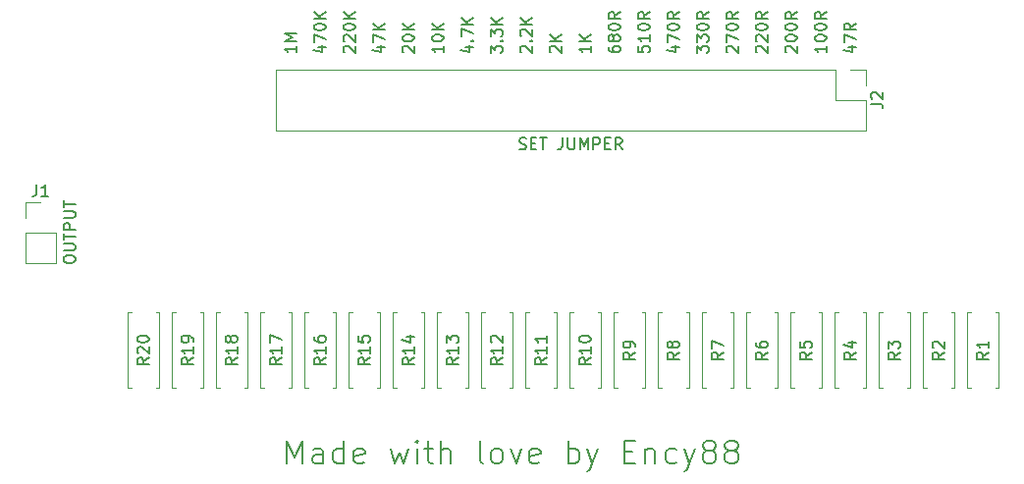
<source format=gto>
%TF.GenerationSoftware,KiCad,Pcbnew,5.1.9-73d0e3b20d~88~ubuntu18.04.1*%
%TF.CreationDate,2021-04-04T15:33:15+02:00*%
%TF.ProjectId,resitor-substitution-board,72657369-746f-4722-9d73-756273746974,rev?*%
%TF.SameCoordinates,Original*%
%TF.FileFunction,Legend,Top*%
%TF.FilePolarity,Positive*%
%FSLAX46Y46*%
G04 Gerber Fmt 4.6, Leading zero omitted, Abs format (unit mm)*
G04 Created by KiCad (PCBNEW 5.1.9-73d0e3b20d~88~ubuntu18.04.1) date 2021-04-04 15:33:15*
%MOMM*%
%LPD*%
G01*
G04 APERTURE LIST*
%ADD10C,0.150000*%
%ADD11C,0.120000*%
G04 APERTURE END LIST*
D10*
X99951428Y-130444761D02*
X99951428Y-128444761D01*
X100618095Y-129873333D01*
X101284761Y-128444761D01*
X101284761Y-130444761D01*
X103094285Y-130444761D02*
X103094285Y-129397142D01*
X102999047Y-129206666D01*
X102808571Y-129111428D01*
X102427619Y-129111428D01*
X102237142Y-129206666D01*
X103094285Y-130349523D02*
X102903809Y-130444761D01*
X102427619Y-130444761D01*
X102237142Y-130349523D01*
X102141904Y-130159047D01*
X102141904Y-129968571D01*
X102237142Y-129778095D01*
X102427619Y-129682857D01*
X102903809Y-129682857D01*
X103094285Y-129587619D01*
X104903809Y-130444761D02*
X104903809Y-128444761D01*
X104903809Y-130349523D02*
X104713333Y-130444761D01*
X104332380Y-130444761D01*
X104141904Y-130349523D01*
X104046666Y-130254285D01*
X103951428Y-130063809D01*
X103951428Y-129492380D01*
X104046666Y-129301904D01*
X104141904Y-129206666D01*
X104332380Y-129111428D01*
X104713333Y-129111428D01*
X104903809Y-129206666D01*
X106618095Y-130349523D02*
X106427619Y-130444761D01*
X106046666Y-130444761D01*
X105856190Y-130349523D01*
X105760952Y-130159047D01*
X105760952Y-129397142D01*
X105856190Y-129206666D01*
X106046666Y-129111428D01*
X106427619Y-129111428D01*
X106618095Y-129206666D01*
X106713333Y-129397142D01*
X106713333Y-129587619D01*
X105760952Y-129778095D01*
X108903809Y-129111428D02*
X109284761Y-130444761D01*
X109665714Y-129492380D01*
X110046666Y-130444761D01*
X110427619Y-129111428D01*
X111189523Y-130444761D02*
X111189523Y-129111428D01*
X111189523Y-128444761D02*
X111094285Y-128540000D01*
X111189523Y-128635238D01*
X111284761Y-128540000D01*
X111189523Y-128444761D01*
X111189523Y-128635238D01*
X111856190Y-129111428D02*
X112618095Y-129111428D01*
X112141904Y-128444761D02*
X112141904Y-130159047D01*
X112237142Y-130349523D01*
X112427619Y-130444761D01*
X112618095Y-130444761D01*
X113284761Y-130444761D02*
X113284761Y-128444761D01*
X114141904Y-130444761D02*
X114141904Y-129397142D01*
X114046666Y-129206666D01*
X113856190Y-129111428D01*
X113570476Y-129111428D01*
X113380000Y-129206666D01*
X113284761Y-129301904D01*
X116903809Y-130444761D02*
X116713333Y-130349523D01*
X116618095Y-130159047D01*
X116618095Y-128444761D01*
X117951428Y-130444761D02*
X117760952Y-130349523D01*
X117665714Y-130254285D01*
X117570476Y-130063809D01*
X117570476Y-129492380D01*
X117665714Y-129301904D01*
X117760952Y-129206666D01*
X117951428Y-129111428D01*
X118237142Y-129111428D01*
X118427619Y-129206666D01*
X118522857Y-129301904D01*
X118618095Y-129492380D01*
X118618095Y-130063809D01*
X118522857Y-130254285D01*
X118427619Y-130349523D01*
X118237142Y-130444761D01*
X117951428Y-130444761D01*
X119284761Y-129111428D02*
X119760952Y-130444761D01*
X120237142Y-129111428D01*
X121760952Y-130349523D02*
X121570476Y-130444761D01*
X121189523Y-130444761D01*
X120999047Y-130349523D01*
X120903809Y-130159047D01*
X120903809Y-129397142D01*
X120999047Y-129206666D01*
X121189523Y-129111428D01*
X121570476Y-129111428D01*
X121760952Y-129206666D01*
X121856190Y-129397142D01*
X121856190Y-129587619D01*
X120903809Y-129778095D01*
X124237142Y-130444761D02*
X124237142Y-128444761D01*
X124237142Y-129206666D02*
X124427619Y-129111428D01*
X124808571Y-129111428D01*
X124999047Y-129206666D01*
X125094285Y-129301904D01*
X125189523Y-129492380D01*
X125189523Y-130063809D01*
X125094285Y-130254285D01*
X124999047Y-130349523D01*
X124808571Y-130444761D01*
X124427619Y-130444761D01*
X124237142Y-130349523D01*
X125856190Y-129111428D02*
X126332380Y-130444761D01*
X126808571Y-129111428D02*
X126332380Y-130444761D01*
X126141904Y-130920952D01*
X126046666Y-131016190D01*
X125856190Y-131111428D01*
X129094285Y-129397142D02*
X129760952Y-129397142D01*
X130046666Y-130444761D02*
X129094285Y-130444761D01*
X129094285Y-128444761D01*
X130046666Y-128444761D01*
X130903809Y-129111428D02*
X130903809Y-130444761D01*
X130903809Y-129301904D02*
X130999047Y-129206666D01*
X131189523Y-129111428D01*
X131475238Y-129111428D01*
X131665714Y-129206666D01*
X131760952Y-129397142D01*
X131760952Y-130444761D01*
X133570476Y-130349523D02*
X133379999Y-130444761D01*
X132999047Y-130444761D01*
X132808571Y-130349523D01*
X132713333Y-130254285D01*
X132618095Y-130063809D01*
X132618095Y-129492380D01*
X132713333Y-129301904D01*
X132808571Y-129206666D01*
X132999047Y-129111428D01*
X133379999Y-129111428D01*
X133570476Y-129206666D01*
X134237142Y-129111428D02*
X134713333Y-130444761D01*
X135189523Y-129111428D02*
X134713333Y-130444761D01*
X134522857Y-130920952D01*
X134427619Y-131016190D01*
X134237142Y-131111428D01*
X136237142Y-129301904D02*
X136046666Y-129206666D01*
X135951428Y-129111428D01*
X135856190Y-128920952D01*
X135856190Y-128825714D01*
X135951428Y-128635238D01*
X136046666Y-128540000D01*
X136237142Y-128444761D01*
X136618095Y-128444761D01*
X136808571Y-128540000D01*
X136903809Y-128635238D01*
X136999047Y-128825714D01*
X136999047Y-128920952D01*
X136903809Y-129111428D01*
X136808571Y-129206666D01*
X136618095Y-129301904D01*
X136237142Y-129301904D01*
X136046666Y-129397142D01*
X135951428Y-129492380D01*
X135856190Y-129682857D01*
X135856190Y-130063809D01*
X135951428Y-130254285D01*
X136046666Y-130349523D01*
X136237142Y-130444761D01*
X136618095Y-130444761D01*
X136808571Y-130349523D01*
X136903809Y-130254285D01*
X136999047Y-130063809D01*
X136999047Y-129682857D01*
X136903809Y-129492380D01*
X136808571Y-129397142D01*
X136618095Y-129301904D01*
X138141904Y-129301904D02*
X137951428Y-129206666D01*
X137856190Y-129111428D01*
X137760952Y-128920952D01*
X137760952Y-128825714D01*
X137856190Y-128635238D01*
X137951428Y-128540000D01*
X138141904Y-128444761D01*
X138522857Y-128444761D01*
X138713333Y-128540000D01*
X138808571Y-128635238D01*
X138903809Y-128825714D01*
X138903809Y-128920952D01*
X138808571Y-129111428D01*
X138713333Y-129206666D01*
X138522857Y-129301904D01*
X138141904Y-129301904D01*
X137951428Y-129397142D01*
X137856190Y-129492380D01*
X137760952Y-129682857D01*
X137760952Y-130063809D01*
X137856190Y-130254285D01*
X137951428Y-130349523D01*
X138141904Y-130444761D01*
X138522857Y-130444761D01*
X138713333Y-130349523D01*
X138808571Y-130254285D01*
X138903809Y-130063809D01*
X138903809Y-129682857D01*
X138808571Y-129492380D01*
X138713333Y-129397142D01*
X138522857Y-129301904D01*
X80732380Y-112894761D02*
X80732380Y-112704285D01*
X80780000Y-112609047D01*
X80875238Y-112513809D01*
X81065714Y-112466190D01*
X81399047Y-112466190D01*
X81589523Y-112513809D01*
X81684761Y-112609047D01*
X81732380Y-112704285D01*
X81732380Y-112894761D01*
X81684761Y-112990000D01*
X81589523Y-113085238D01*
X81399047Y-113132857D01*
X81065714Y-113132857D01*
X80875238Y-113085238D01*
X80780000Y-112990000D01*
X80732380Y-112894761D01*
X80732380Y-112037619D02*
X81541904Y-112037619D01*
X81637142Y-111990000D01*
X81684761Y-111942380D01*
X81732380Y-111847142D01*
X81732380Y-111656666D01*
X81684761Y-111561428D01*
X81637142Y-111513809D01*
X81541904Y-111466190D01*
X80732380Y-111466190D01*
X80732380Y-111132857D02*
X80732380Y-110561428D01*
X81732380Y-110847142D02*
X80732380Y-110847142D01*
X81732380Y-110228095D02*
X80732380Y-110228095D01*
X80732380Y-109847142D01*
X80780000Y-109751904D01*
X80827619Y-109704285D01*
X80922857Y-109656666D01*
X81065714Y-109656666D01*
X81160952Y-109704285D01*
X81208571Y-109751904D01*
X81256190Y-109847142D01*
X81256190Y-110228095D01*
X80732380Y-109228095D02*
X81541904Y-109228095D01*
X81637142Y-109180476D01*
X81684761Y-109132857D01*
X81732380Y-109037619D01*
X81732380Y-108847142D01*
X81684761Y-108751904D01*
X81637142Y-108704285D01*
X81541904Y-108656666D01*
X80732380Y-108656666D01*
X80732380Y-108323333D02*
X80732380Y-107751904D01*
X81732380Y-108037619D02*
X80732380Y-108037619D01*
X120031428Y-103274761D02*
X120174285Y-103322380D01*
X120412380Y-103322380D01*
X120507619Y-103274761D01*
X120555238Y-103227142D01*
X120602857Y-103131904D01*
X120602857Y-103036666D01*
X120555238Y-102941428D01*
X120507619Y-102893809D01*
X120412380Y-102846190D01*
X120221904Y-102798571D01*
X120126666Y-102750952D01*
X120079047Y-102703333D01*
X120031428Y-102608095D01*
X120031428Y-102512857D01*
X120079047Y-102417619D01*
X120126666Y-102370000D01*
X120221904Y-102322380D01*
X120460000Y-102322380D01*
X120602857Y-102370000D01*
X121031428Y-102798571D02*
X121364761Y-102798571D01*
X121507619Y-103322380D02*
X121031428Y-103322380D01*
X121031428Y-102322380D01*
X121507619Y-102322380D01*
X121793333Y-102322380D02*
X122364761Y-102322380D01*
X122079047Y-103322380D02*
X122079047Y-102322380D01*
X123745714Y-102322380D02*
X123745714Y-103036666D01*
X123698095Y-103179523D01*
X123602857Y-103274761D01*
X123460000Y-103322380D01*
X123364761Y-103322380D01*
X124221904Y-102322380D02*
X124221904Y-103131904D01*
X124269523Y-103227142D01*
X124317142Y-103274761D01*
X124412380Y-103322380D01*
X124602857Y-103322380D01*
X124698095Y-103274761D01*
X124745714Y-103227142D01*
X124793333Y-103131904D01*
X124793333Y-102322380D01*
X125269523Y-103322380D02*
X125269523Y-102322380D01*
X125602857Y-103036666D01*
X125936190Y-102322380D01*
X125936190Y-103322380D01*
X126412380Y-103322380D02*
X126412380Y-102322380D01*
X126793333Y-102322380D01*
X126888571Y-102370000D01*
X126936190Y-102417619D01*
X126983809Y-102512857D01*
X126983809Y-102655714D01*
X126936190Y-102750952D01*
X126888571Y-102798571D01*
X126793333Y-102846190D01*
X126412380Y-102846190D01*
X127412380Y-102798571D02*
X127745714Y-102798571D01*
X127888571Y-103322380D02*
X127412380Y-103322380D01*
X127412380Y-102322380D01*
X127888571Y-102322380D01*
X128888571Y-103322380D02*
X128555238Y-102846190D01*
X128317142Y-103322380D02*
X128317142Y-102322380D01*
X128698095Y-102322380D01*
X128793333Y-102370000D01*
X128840952Y-102417619D01*
X128888571Y-102512857D01*
X128888571Y-102655714D01*
X128840952Y-102750952D01*
X128793333Y-102798571D01*
X128698095Y-102846190D01*
X128317142Y-102846190D01*
X100782380Y-94390595D02*
X100782380Y-94962023D01*
X100782380Y-94676309D02*
X99782380Y-94676309D01*
X99925238Y-94771547D01*
X100020476Y-94866785D01*
X100068095Y-94962023D01*
X100782380Y-93962023D02*
X99782380Y-93962023D01*
X100496666Y-93628690D01*
X99782380Y-93295357D01*
X100782380Y-93295357D01*
X102655714Y-94485833D02*
X103322380Y-94485833D01*
X102274761Y-94723928D02*
X102989047Y-94962023D01*
X102989047Y-94342976D01*
X102322380Y-94057261D02*
X102322380Y-93390595D01*
X103322380Y-93819166D01*
X102322380Y-92819166D02*
X102322380Y-92723928D01*
X102370000Y-92628690D01*
X102417619Y-92581071D01*
X102512857Y-92533452D01*
X102703333Y-92485833D01*
X102941428Y-92485833D01*
X103131904Y-92533452D01*
X103227142Y-92581071D01*
X103274761Y-92628690D01*
X103322380Y-92723928D01*
X103322380Y-92819166D01*
X103274761Y-92914404D01*
X103227142Y-92962023D01*
X103131904Y-93009642D01*
X102941428Y-93057261D01*
X102703333Y-93057261D01*
X102512857Y-93009642D01*
X102417619Y-92962023D01*
X102370000Y-92914404D01*
X102322380Y-92819166D01*
X103322380Y-92057261D02*
X102322380Y-92057261D01*
X103322380Y-91485833D02*
X102750952Y-91914404D01*
X102322380Y-91485833D02*
X102893809Y-92057261D01*
X104957619Y-94962023D02*
X104910000Y-94914404D01*
X104862380Y-94819166D01*
X104862380Y-94581071D01*
X104910000Y-94485833D01*
X104957619Y-94438214D01*
X105052857Y-94390595D01*
X105148095Y-94390595D01*
X105290952Y-94438214D01*
X105862380Y-95009642D01*
X105862380Y-94390595D01*
X104957619Y-94009642D02*
X104910000Y-93962023D01*
X104862380Y-93866785D01*
X104862380Y-93628690D01*
X104910000Y-93533452D01*
X104957619Y-93485833D01*
X105052857Y-93438214D01*
X105148095Y-93438214D01*
X105290952Y-93485833D01*
X105862380Y-94057261D01*
X105862380Y-93438214D01*
X104862380Y-92819166D02*
X104862380Y-92723928D01*
X104910000Y-92628690D01*
X104957619Y-92581071D01*
X105052857Y-92533452D01*
X105243333Y-92485833D01*
X105481428Y-92485833D01*
X105671904Y-92533452D01*
X105767142Y-92581071D01*
X105814761Y-92628690D01*
X105862380Y-92723928D01*
X105862380Y-92819166D01*
X105814761Y-92914404D01*
X105767142Y-92962023D01*
X105671904Y-93009642D01*
X105481428Y-93057261D01*
X105243333Y-93057261D01*
X105052857Y-93009642D01*
X104957619Y-92962023D01*
X104910000Y-92914404D01*
X104862380Y-92819166D01*
X105862380Y-92057261D02*
X104862380Y-92057261D01*
X105862380Y-91485833D02*
X105290952Y-91914404D01*
X104862380Y-91485833D02*
X105433809Y-92057261D01*
X107735714Y-94485833D02*
X108402380Y-94485833D01*
X107354761Y-94723928D02*
X108069047Y-94962023D01*
X108069047Y-94342976D01*
X107402380Y-94057261D02*
X107402380Y-93390595D01*
X108402380Y-93819166D01*
X108402380Y-93009642D02*
X107402380Y-93009642D01*
X108402380Y-92438214D02*
X107830952Y-92866785D01*
X107402380Y-92438214D02*
X107973809Y-93009642D01*
X110037619Y-94962023D02*
X109990000Y-94914404D01*
X109942380Y-94819166D01*
X109942380Y-94581071D01*
X109990000Y-94485833D01*
X110037619Y-94438214D01*
X110132857Y-94390595D01*
X110228095Y-94390595D01*
X110370952Y-94438214D01*
X110942380Y-95009642D01*
X110942380Y-94390595D01*
X109942380Y-93771547D02*
X109942380Y-93676309D01*
X109990000Y-93581071D01*
X110037619Y-93533452D01*
X110132857Y-93485833D01*
X110323333Y-93438214D01*
X110561428Y-93438214D01*
X110751904Y-93485833D01*
X110847142Y-93533452D01*
X110894761Y-93581071D01*
X110942380Y-93676309D01*
X110942380Y-93771547D01*
X110894761Y-93866785D01*
X110847142Y-93914404D01*
X110751904Y-93962023D01*
X110561428Y-94009642D01*
X110323333Y-94009642D01*
X110132857Y-93962023D01*
X110037619Y-93914404D01*
X109990000Y-93866785D01*
X109942380Y-93771547D01*
X110942380Y-93009642D02*
X109942380Y-93009642D01*
X110942380Y-92438214D02*
X110370952Y-92866785D01*
X109942380Y-92438214D02*
X110513809Y-93009642D01*
X113482380Y-94390595D02*
X113482380Y-94962023D01*
X113482380Y-94676309D02*
X112482380Y-94676309D01*
X112625238Y-94771547D01*
X112720476Y-94866785D01*
X112768095Y-94962023D01*
X112482380Y-93771547D02*
X112482380Y-93676309D01*
X112530000Y-93581071D01*
X112577619Y-93533452D01*
X112672857Y-93485833D01*
X112863333Y-93438214D01*
X113101428Y-93438214D01*
X113291904Y-93485833D01*
X113387142Y-93533452D01*
X113434761Y-93581071D01*
X113482380Y-93676309D01*
X113482380Y-93771547D01*
X113434761Y-93866785D01*
X113387142Y-93914404D01*
X113291904Y-93962023D01*
X113101428Y-94009642D01*
X112863333Y-94009642D01*
X112672857Y-93962023D01*
X112577619Y-93914404D01*
X112530000Y-93866785D01*
X112482380Y-93771547D01*
X113482380Y-93009642D02*
X112482380Y-93009642D01*
X113482380Y-92438214D02*
X112910952Y-92866785D01*
X112482380Y-92438214D02*
X113053809Y-93009642D01*
X115355714Y-94485833D02*
X116022380Y-94485833D01*
X114974761Y-94723928D02*
X115689047Y-94962023D01*
X115689047Y-94342976D01*
X115927142Y-93962023D02*
X115974761Y-93914404D01*
X116022380Y-93962023D01*
X115974761Y-94009642D01*
X115927142Y-93962023D01*
X116022380Y-93962023D01*
X115022380Y-93581071D02*
X115022380Y-92914404D01*
X116022380Y-93342976D01*
X116022380Y-92533452D02*
X115022380Y-92533452D01*
X116022380Y-91962023D02*
X115450952Y-92390595D01*
X115022380Y-91962023D02*
X115593809Y-92533452D01*
X117562380Y-95009642D02*
X117562380Y-94390595D01*
X117943333Y-94723928D01*
X117943333Y-94581071D01*
X117990952Y-94485833D01*
X118038571Y-94438214D01*
X118133809Y-94390595D01*
X118371904Y-94390595D01*
X118467142Y-94438214D01*
X118514761Y-94485833D01*
X118562380Y-94581071D01*
X118562380Y-94866785D01*
X118514761Y-94962023D01*
X118467142Y-95009642D01*
X118467142Y-93962023D02*
X118514761Y-93914404D01*
X118562380Y-93962023D01*
X118514761Y-94009642D01*
X118467142Y-93962023D01*
X118562380Y-93962023D01*
X117562380Y-93581071D02*
X117562380Y-92962023D01*
X117943333Y-93295357D01*
X117943333Y-93152500D01*
X117990952Y-93057261D01*
X118038571Y-93009642D01*
X118133809Y-92962023D01*
X118371904Y-92962023D01*
X118467142Y-93009642D01*
X118514761Y-93057261D01*
X118562380Y-93152500D01*
X118562380Y-93438214D01*
X118514761Y-93533452D01*
X118467142Y-93581071D01*
X118562380Y-92533452D02*
X117562380Y-92533452D01*
X118562380Y-91962023D02*
X117990952Y-92390595D01*
X117562380Y-91962023D02*
X118133809Y-92533452D01*
X120197619Y-94962023D02*
X120150000Y-94914404D01*
X120102380Y-94819166D01*
X120102380Y-94581071D01*
X120150000Y-94485833D01*
X120197619Y-94438214D01*
X120292857Y-94390595D01*
X120388095Y-94390595D01*
X120530952Y-94438214D01*
X121102380Y-95009642D01*
X121102380Y-94390595D01*
X121007142Y-93962023D02*
X121054761Y-93914404D01*
X121102380Y-93962023D01*
X121054761Y-94009642D01*
X121007142Y-93962023D01*
X121102380Y-93962023D01*
X120197619Y-93533452D02*
X120150000Y-93485833D01*
X120102380Y-93390595D01*
X120102380Y-93152500D01*
X120150000Y-93057261D01*
X120197619Y-93009642D01*
X120292857Y-92962023D01*
X120388095Y-92962023D01*
X120530952Y-93009642D01*
X121102380Y-93581071D01*
X121102380Y-92962023D01*
X121102380Y-92533452D02*
X120102380Y-92533452D01*
X121102380Y-91962023D02*
X120530952Y-92390595D01*
X120102380Y-91962023D02*
X120673809Y-92533452D01*
X122737619Y-94962023D02*
X122690000Y-94914404D01*
X122642380Y-94819166D01*
X122642380Y-94581071D01*
X122690000Y-94485833D01*
X122737619Y-94438214D01*
X122832857Y-94390595D01*
X122928095Y-94390595D01*
X123070952Y-94438214D01*
X123642380Y-95009642D01*
X123642380Y-94390595D01*
X123642380Y-93962023D02*
X122642380Y-93962023D01*
X123642380Y-93390595D02*
X123070952Y-93819166D01*
X122642380Y-93390595D02*
X123213809Y-93962023D01*
X126182380Y-94390595D02*
X126182380Y-94962023D01*
X126182380Y-94676309D02*
X125182380Y-94676309D01*
X125325238Y-94771547D01*
X125420476Y-94866785D01*
X125468095Y-94962023D01*
X126182380Y-93962023D02*
X125182380Y-93962023D01*
X126182380Y-93390595D02*
X125610952Y-93819166D01*
X125182380Y-93390595D02*
X125753809Y-93962023D01*
X127722380Y-94485833D02*
X127722380Y-94676309D01*
X127770000Y-94771547D01*
X127817619Y-94819166D01*
X127960476Y-94914404D01*
X128150952Y-94962023D01*
X128531904Y-94962023D01*
X128627142Y-94914404D01*
X128674761Y-94866785D01*
X128722380Y-94771547D01*
X128722380Y-94581071D01*
X128674761Y-94485833D01*
X128627142Y-94438214D01*
X128531904Y-94390595D01*
X128293809Y-94390595D01*
X128198571Y-94438214D01*
X128150952Y-94485833D01*
X128103333Y-94581071D01*
X128103333Y-94771547D01*
X128150952Y-94866785D01*
X128198571Y-94914404D01*
X128293809Y-94962023D01*
X128150952Y-93819166D02*
X128103333Y-93914404D01*
X128055714Y-93962023D01*
X127960476Y-94009642D01*
X127912857Y-94009642D01*
X127817619Y-93962023D01*
X127770000Y-93914404D01*
X127722380Y-93819166D01*
X127722380Y-93628690D01*
X127770000Y-93533452D01*
X127817619Y-93485833D01*
X127912857Y-93438214D01*
X127960476Y-93438214D01*
X128055714Y-93485833D01*
X128103333Y-93533452D01*
X128150952Y-93628690D01*
X128150952Y-93819166D01*
X128198571Y-93914404D01*
X128246190Y-93962023D01*
X128341428Y-94009642D01*
X128531904Y-94009642D01*
X128627142Y-93962023D01*
X128674761Y-93914404D01*
X128722380Y-93819166D01*
X128722380Y-93628690D01*
X128674761Y-93533452D01*
X128627142Y-93485833D01*
X128531904Y-93438214D01*
X128341428Y-93438214D01*
X128246190Y-93485833D01*
X128198571Y-93533452D01*
X128150952Y-93628690D01*
X127722380Y-92819166D02*
X127722380Y-92723928D01*
X127770000Y-92628690D01*
X127817619Y-92581071D01*
X127912857Y-92533452D01*
X128103333Y-92485833D01*
X128341428Y-92485833D01*
X128531904Y-92533452D01*
X128627142Y-92581071D01*
X128674761Y-92628690D01*
X128722380Y-92723928D01*
X128722380Y-92819166D01*
X128674761Y-92914404D01*
X128627142Y-92962023D01*
X128531904Y-93009642D01*
X128341428Y-93057261D01*
X128103333Y-93057261D01*
X127912857Y-93009642D01*
X127817619Y-92962023D01*
X127770000Y-92914404D01*
X127722380Y-92819166D01*
X128722380Y-91485833D02*
X128246190Y-91819166D01*
X128722380Y-92057261D02*
X127722380Y-92057261D01*
X127722380Y-91676309D01*
X127770000Y-91581071D01*
X127817619Y-91533452D01*
X127912857Y-91485833D01*
X128055714Y-91485833D01*
X128150952Y-91533452D01*
X128198571Y-91581071D01*
X128246190Y-91676309D01*
X128246190Y-92057261D01*
X130262380Y-94438214D02*
X130262380Y-94914404D01*
X130738571Y-94962023D01*
X130690952Y-94914404D01*
X130643333Y-94819166D01*
X130643333Y-94581071D01*
X130690952Y-94485833D01*
X130738571Y-94438214D01*
X130833809Y-94390595D01*
X131071904Y-94390595D01*
X131167142Y-94438214D01*
X131214761Y-94485833D01*
X131262380Y-94581071D01*
X131262380Y-94819166D01*
X131214761Y-94914404D01*
X131167142Y-94962023D01*
X131262380Y-93438214D02*
X131262380Y-94009642D01*
X131262380Y-93723928D02*
X130262380Y-93723928D01*
X130405238Y-93819166D01*
X130500476Y-93914404D01*
X130548095Y-94009642D01*
X130262380Y-92819166D02*
X130262380Y-92723928D01*
X130310000Y-92628690D01*
X130357619Y-92581071D01*
X130452857Y-92533452D01*
X130643333Y-92485833D01*
X130881428Y-92485833D01*
X131071904Y-92533452D01*
X131167142Y-92581071D01*
X131214761Y-92628690D01*
X131262380Y-92723928D01*
X131262380Y-92819166D01*
X131214761Y-92914404D01*
X131167142Y-92962023D01*
X131071904Y-93009642D01*
X130881428Y-93057261D01*
X130643333Y-93057261D01*
X130452857Y-93009642D01*
X130357619Y-92962023D01*
X130310000Y-92914404D01*
X130262380Y-92819166D01*
X131262380Y-91485833D02*
X130786190Y-91819166D01*
X131262380Y-92057261D02*
X130262380Y-92057261D01*
X130262380Y-91676309D01*
X130310000Y-91581071D01*
X130357619Y-91533452D01*
X130452857Y-91485833D01*
X130595714Y-91485833D01*
X130690952Y-91533452D01*
X130738571Y-91581071D01*
X130786190Y-91676309D01*
X130786190Y-92057261D01*
X133135714Y-94485833D02*
X133802380Y-94485833D01*
X132754761Y-94723928D02*
X133469047Y-94962023D01*
X133469047Y-94342976D01*
X132802380Y-94057261D02*
X132802380Y-93390595D01*
X133802380Y-93819166D01*
X132802380Y-92819166D02*
X132802380Y-92723928D01*
X132850000Y-92628690D01*
X132897619Y-92581071D01*
X132992857Y-92533452D01*
X133183333Y-92485833D01*
X133421428Y-92485833D01*
X133611904Y-92533452D01*
X133707142Y-92581071D01*
X133754761Y-92628690D01*
X133802380Y-92723928D01*
X133802380Y-92819166D01*
X133754761Y-92914404D01*
X133707142Y-92962023D01*
X133611904Y-93009642D01*
X133421428Y-93057261D01*
X133183333Y-93057261D01*
X132992857Y-93009642D01*
X132897619Y-92962023D01*
X132850000Y-92914404D01*
X132802380Y-92819166D01*
X133802380Y-91485833D02*
X133326190Y-91819166D01*
X133802380Y-92057261D02*
X132802380Y-92057261D01*
X132802380Y-91676309D01*
X132850000Y-91581071D01*
X132897619Y-91533452D01*
X132992857Y-91485833D01*
X133135714Y-91485833D01*
X133230952Y-91533452D01*
X133278571Y-91581071D01*
X133326190Y-91676309D01*
X133326190Y-92057261D01*
X135342380Y-95009642D02*
X135342380Y-94390595D01*
X135723333Y-94723928D01*
X135723333Y-94581071D01*
X135770952Y-94485833D01*
X135818571Y-94438214D01*
X135913809Y-94390595D01*
X136151904Y-94390595D01*
X136247142Y-94438214D01*
X136294761Y-94485833D01*
X136342380Y-94581071D01*
X136342380Y-94866785D01*
X136294761Y-94962023D01*
X136247142Y-95009642D01*
X135342380Y-94057261D02*
X135342380Y-93438214D01*
X135723333Y-93771547D01*
X135723333Y-93628690D01*
X135770952Y-93533452D01*
X135818571Y-93485833D01*
X135913809Y-93438214D01*
X136151904Y-93438214D01*
X136247142Y-93485833D01*
X136294761Y-93533452D01*
X136342380Y-93628690D01*
X136342380Y-93914404D01*
X136294761Y-94009642D01*
X136247142Y-94057261D01*
X135342380Y-92819166D02*
X135342380Y-92723928D01*
X135390000Y-92628690D01*
X135437619Y-92581071D01*
X135532857Y-92533452D01*
X135723333Y-92485833D01*
X135961428Y-92485833D01*
X136151904Y-92533452D01*
X136247142Y-92581071D01*
X136294761Y-92628690D01*
X136342380Y-92723928D01*
X136342380Y-92819166D01*
X136294761Y-92914404D01*
X136247142Y-92962023D01*
X136151904Y-93009642D01*
X135961428Y-93057261D01*
X135723333Y-93057261D01*
X135532857Y-93009642D01*
X135437619Y-92962023D01*
X135390000Y-92914404D01*
X135342380Y-92819166D01*
X136342380Y-91485833D02*
X135866190Y-91819166D01*
X136342380Y-92057261D02*
X135342380Y-92057261D01*
X135342380Y-91676309D01*
X135390000Y-91581071D01*
X135437619Y-91533452D01*
X135532857Y-91485833D01*
X135675714Y-91485833D01*
X135770952Y-91533452D01*
X135818571Y-91581071D01*
X135866190Y-91676309D01*
X135866190Y-92057261D01*
X137977619Y-94962023D02*
X137930000Y-94914404D01*
X137882380Y-94819166D01*
X137882380Y-94581071D01*
X137930000Y-94485833D01*
X137977619Y-94438214D01*
X138072857Y-94390595D01*
X138168095Y-94390595D01*
X138310952Y-94438214D01*
X138882380Y-95009642D01*
X138882380Y-94390595D01*
X137882380Y-94057261D02*
X137882380Y-93390595D01*
X138882380Y-93819166D01*
X137882380Y-92819166D02*
X137882380Y-92723928D01*
X137930000Y-92628690D01*
X137977619Y-92581071D01*
X138072857Y-92533452D01*
X138263333Y-92485833D01*
X138501428Y-92485833D01*
X138691904Y-92533452D01*
X138787142Y-92581071D01*
X138834761Y-92628690D01*
X138882380Y-92723928D01*
X138882380Y-92819166D01*
X138834761Y-92914404D01*
X138787142Y-92962023D01*
X138691904Y-93009642D01*
X138501428Y-93057261D01*
X138263333Y-93057261D01*
X138072857Y-93009642D01*
X137977619Y-92962023D01*
X137930000Y-92914404D01*
X137882380Y-92819166D01*
X138882380Y-91485833D02*
X138406190Y-91819166D01*
X138882380Y-92057261D02*
X137882380Y-92057261D01*
X137882380Y-91676309D01*
X137930000Y-91581071D01*
X137977619Y-91533452D01*
X138072857Y-91485833D01*
X138215714Y-91485833D01*
X138310952Y-91533452D01*
X138358571Y-91581071D01*
X138406190Y-91676309D01*
X138406190Y-92057261D01*
X140517619Y-94962023D02*
X140470000Y-94914404D01*
X140422380Y-94819166D01*
X140422380Y-94581071D01*
X140470000Y-94485833D01*
X140517619Y-94438214D01*
X140612857Y-94390595D01*
X140708095Y-94390595D01*
X140850952Y-94438214D01*
X141422380Y-95009642D01*
X141422380Y-94390595D01*
X140517619Y-94009642D02*
X140470000Y-93962023D01*
X140422380Y-93866785D01*
X140422380Y-93628690D01*
X140470000Y-93533452D01*
X140517619Y-93485833D01*
X140612857Y-93438214D01*
X140708095Y-93438214D01*
X140850952Y-93485833D01*
X141422380Y-94057261D01*
X141422380Y-93438214D01*
X140422380Y-92819166D02*
X140422380Y-92723928D01*
X140470000Y-92628690D01*
X140517619Y-92581071D01*
X140612857Y-92533452D01*
X140803333Y-92485833D01*
X141041428Y-92485833D01*
X141231904Y-92533452D01*
X141327142Y-92581071D01*
X141374761Y-92628690D01*
X141422380Y-92723928D01*
X141422380Y-92819166D01*
X141374761Y-92914404D01*
X141327142Y-92962023D01*
X141231904Y-93009642D01*
X141041428Y-93057261D01*
X140803333Y-93057261D01*
X140612857Y-93009642D01*
X140517619Y-92962023D01*
X140470000Y-92914404D01*
X140422380Y-92819166D01*
X141422380Y-91485833D02*
X140946190Y-91819166D01*
X141422380Y-92057261D02*
X140422380Y-92057261D01*
X140422380Y-91676309D01*
X140470000Y-91581071D01*
X140517619Y-91533452D01*
X140612857Y-91485833D01*
X140755714Y-91485833D01*
X140850952Y-91533452D01*
X140898571Y-91581071D01*
X140946190Y-91676309D01*
X140946190Y-92057261D01*
X143057619Y-94962023D02*
X143010000Y-94914404D01*
X142962380Y-94819166D01*
X142962380Y-94581071D01*
X143010000Y-94485833D01*
X143057619Y-94438214D01*
X143152857Y-94390595D01*
X143248095Y-94390595D01*
X143390952Y-94438214D01*
X143962380Y-95009642D01*
X143962380Y-94390595D01*
X142962380Y-93771547D02*
X142962380Y-93676309D01*
X143010000Y-93581071D01*
X143057619Y-93533452D01*
X143152857Y-93485833D01*
X143343333Y-93438214D01*
X143581428Y-93438214D01*
X143771904Y-93485833D01*
X143867142Y-93533452D01*
X143914761Y-93581071D01*
X143962380Y-93676309D01*
X143962380Y-93771547D01*
X143914761Y-93866785D01*
X143867142Y-93914404D01*
X143771904Y-93962023D01*
X143581428Y-94009642D01*
X143343333Y-94009642D01*
X143152857Y-93962023D01*
X143057619Y-93914404D01*
X143010000Y-93866785D01*
X142962380Y-93771547D01*
X142962380Y-92819166D02*
X142962380Y-92723928D01*
X143010000Y-92628690D01*
X143057619Y-92581071D01*
X143152857Y-92533452D01*
X143343333Y-92485833D01*
X143581428Y-92485833D01*
X143771904Y-92533452D01*
X143867142Y-92581071D01*
X143914761Y-92628690D01*
X143962380Y-92723928D01*
X143962380Y-92819166D01*
X143914761Y-92914404D01*
X143867142Y-92962023D01*
X143771904Y-93009642D01*
X143581428Y-93057261D01*
X143343333Y-93057261D01*
X143152857Y-93009642D01*
X143057619Y-92962023D01*
X143010000Y-92914404D01*
X142962380Y-92819166D01*
X143962380Y-91485833D02*
X143486190Y-91819166D01*
X143962380Y-92057261D02*
X142962380Y-92057261D01*
X142962380Y-91676309D01*
X143010000Y-91581071D01*
X143057619Y-91533452D01*
X143152857Y-91485833D01*
X143295714Y-91485833D01*
X143390952Y-91533452D01*
X143438571Y-91581071D01*
X143486190Y-91676309D01*
X143486190Y-92057261D01*
X146502380Y-94390595D02*
X146502380Y-94962023D01*
X146502380Y-94676309D02*
X145502380Y-94676309D01*
X145645238Y-94771547D01*
X145740476Y-94866785D01*
X145788095Y-94962023D01*
X145502380Y-93771547D02*
X145502380Y-93676309D01*
X145550000Y-93581071D01*
X145597619Y-93533452D01*
X145692857Y-93485833D01*
X145883333Y-93438214D01*
X146121428Y-93438214D01*
X146311904Y-93485833D01*
X146407142Y-93533452D01*
X146454761Y-93581071D01*
X146502380Y-93676309D01*
X146502380Y-93771547D01*
X146454761Y-93866785D01*
X146407142Y-93914404D01*
X146311904Y-93962023D01*
X146121428Y-94009642D01*
X145883333Y-94009642D01*
X145692857Y-93962023D01*
X145597619Y-93914404D01*
X145550000Y-93866785D01*
X145502380Y-93771547D01*
X145502380Y-92819166D02*
X145502380Y-92723928D01*
X145550000Y-92628690D01*
X145597619Y-92581071D01*
X145692857Y-92533452D01*
X145883333Y-92485833D01*
X146121428Y-92485833D01*
X146311904Y-92533452D01*
X146407142Y-92581071D01*
X146454761Y-92628690D01*
X146502380Y-92723928D01*
X146502380Y-92819166D01*
X146454761Y-92914404D01*
X146407142Y-92962023D01*
X146311904Y-93009642D01*
X146121428Y-93057261D01*
X145883333Y-93057261D01*
X145692857Y-93009642D01*
X145597619Y-92962023D01*
X145550000Y-92914404D01*
X145502380Y-92819166D01*
X146502380Y-91485833D02*
X146026190Y-91819166D01*
X146502380Y-92057261D02*
X145502380Y-92057261D01*
X145502380Y-91676309D01*
X145550000Y-91581071D01*
X145597619Y-91533452D01*
X145692857Y-91485833D01*
X145835714Y-91485833D01*
X145930952Y-91533452D01*
X145978571Y-91581071D01*
X146026190Y-91676309D01*
X146026190Y-92057261D01*
X148375714Y-94485833D02*
X149042380Y-94485833D01*
X147994761Y-94723928D02*
X148709047Y-94962023D01*
X148709047Y-94342976D01*
X148042380Y-94057261D02*
X148042380Y-93390595D01*
X149042380Y-93819166D01*
X149042380Y-92438214D02*
X148566190Y-92771547D01*
X149042380Y-93009642D02*
X148042380Y-93009642D01*
X148042380Y-92628690D01*
X148090000Y-92533452D01*
X148137619Y-92485833D01*
X148232857Y-92438214D01*
X148375714Y-92438214D01*
X148470952Y-92485833D01*
X148518571Y-92533452D01*
X148566190Y-92628690D01*
X148566190Y-93009642D01*
D11*
%TO.C,J2*%
X99000000Y-96460000D02*
X99000000Y-101660000D01*
X147320000Y-96460000D02*
X99000000Y-96460000D01*
X149920000Y-101660000D02*
X99000000Y-101660000D01*
X147320000Y-96460000D02*
X147320000Y-99060000D01*
X147320000Y-99060000D02*
X149920000Y-99060000D01*
X149920000Y-99060000D02*
X149920000Y-101660000D01*
X148590000Y-96460000D02*
X149920000Y-96460000D01*
X149920000Y-96460000D02*
X149920000Y-97790000D01*
%TO.C,J1*%
X77410000Y-113090000D02*
X80070000Y-113090000D01*
X77410000Y-110490000D02*
X77410000Y-113090000D01*
X80070000Y-110490000D02*
X80070000Y-113090000D01*
X77410000Y-110490000D02*
X80070000Y-110490000D01*
X77410000Y-109220000D02*
X77410000Y-107890000D01*
X77410000Y-107890000D02*
X78740000Y-107890000D01*
%TO.C,R1*%
X158650000Y-123920000D02*
X158980000Y-123920000D01*
X158650000Y-117380000D02*
X158650000Y-123920000D01*
X158980000Y-117380000D02*
X158650000Y-117380000D01*
X161390000Y-123920000D02*
X161060000Y-123920000D01*
X161390000Y-117380000D02*
X161390000Y-123920000D01*
X161060000Y-117380000D02*
X161390000Y-117380000D01*
%TO.C,R2*%
X157250000Y-117380000D02*
X157580000Y-117380000D01*
X157580000Y-117380000D02*
X157580000Y-123920000D01*
X157580000Y-123920000D02*
X157250000Y-123920000D01*
X155170000Y-117380000D02*
X154840000Y-117380000D01*
X154840000Y-117380000D02*
X154840000Y-123920000D01*
X154840000Y-123920000D02*
X155170000Y-123920000D01*
%TO.C,R3*%
X153440000Y-117380000D02*
X153770000Y-117380000D01*
X153770000Y-117380000D02*
X153770000Y-123920000D01*
X153770000Y-123920000D02*
X153440000Y-123920000D01*
X151360000Y-117380000D02*
X151030000Y-117380000D01*
X151030000Y-117380000D02*
X151030000Y-123920000D01*
X151030000Y-123920000D02*
X151360000Y-123920000D01*
%TO.C,R4*%
X147220000Y-123920000D02*
X147550000Y-123920000D01*
X147220000Y-117380000D02*
X147220000Y-123920000D01*
X147550000Y-117380000D02*
X147220000Y-117380000D01*
X149960000Y-123920000D02*
X149630000Y-123920000D01*
X149960000Y-117380000D02*
X149960000Y-123920000D01*
X149630000Y-117380000D02*
X149960000Y-117380000D01*
%TO.C,R5*%
X143410000Y-123920000D02*
X143740000Y-123920000D01*
X143410000Y-117380000D02*
X143410000Y-123920000D01*
X143740000Y-117380000D02*
X143410000Y-117380000D01*
X146150000Y-123920000D02*
X145820000Y-123920000D01*
X146150000Y-117380000D02*
X146150000Y-123920000D01*
X145820000Y-117380000D02*
X146150000Y-117380000D01*
%TO.C,R6*%
X139930000Y-123920000D02*
X139600000Y-123920000D01*
X139600000Y-123920000D02*
X139600000Y-117380000D01*
X139600000Y-117380000D02*
X139930000Y-117380000D01*
X142010000Y-123920000D02*
X142340000Y-123920000D01*
X142340000Y-123920000D02*
X142340000Y-117380000D01*
X142340000Y-117380000D02*
X142010000Y-117380000D01*
%TO.C,R7*%
X136120000Y-123920000D02*
X135790000Y-123920000D01*
X135790000Y-123920000D02*
X135790000Y-117380000D01*
X135790000Y-117380000D02*
X136120000Y-117380000D01*
X138200000Y-123920000D02*
X138530000Y-123920000D01*
X138530000Y-123920000D02*
X138530000Y-117380000D01*
X138530000Y-117380000D02*
X138200000Y-117380000D01*
%TO.C,R8*%
X132310000Y-123920000D02*
X131980000Y-123920000D01*
X131980000Y-123920000D02*
X131980000Y-117380000D01*
X131980000Y-117380000D02*
X132310000Y-117380000D01*
X134390000Y-123920000D02*
X134720000Y-123920000D01*
X134720000Y-123920000D02*
X134720000Y-117380000D01*
X134720000Y-117380000D02*
X134390000Y-117380000D01*
%TO.C,R9*%
X128500000Y-123920000D02*
X128170000Y-123920000D01*
X128170000Y-123920000D02*
X128170000Y-117380000D01*
X128170000Y-117380000D02*
X128500000Y-117380000D01*
X130580000Y-123920000D02*
X130910000Y-123920000D01*
X130910000Y-123920000D02*
X130910000Y-117380000D01*
X130910000Y-117380000D02*
X130580000Y-117380000D01*
%TO.C,R10*%
X127100000Y-117380000D02*
X126770000Y-117380000D01*
X127100000Y-123920000D02*
X127100000Y-117380000D01*
X126770000Y-123920000D02*
X127100000Y-123920000D01*
X124360000Y-117380000D02*
X124690000Y-117380000D01*
X124360000Y-123920000D02*
X124360000Y-117380000D01*
X124690000Y-123920000D02*
X124360000Y-123920000D01*
%TO.C,R11*%
X120880000Y-123920000D02*
X120550000Y-123920000D01*
X120550000Y-123920000D02*
X120550000Y-117380000D01*
X120550000Y-117380000D02*
X120880000Y-117380000D01*
X122960000Y-123920000D02*
X123290000Y-123920000D01*
X123290000Y-123920000D02*
X123290000Y-117380000D01*
X123290000Y-117380000D02*
X122960000Y-117380000D01*
%TO.C,R12*%
X119480000Y-117380000D02*
X119150000Y-117380000D01*
X119480000Y-123920000D02*
X119480000Y-117380000D01*
X119150000Y-123920000D02*
X119480000Y-123920000D01*
X116740000Y-117380000D02*
X117070000Y-117380000D01*
X116740000Y-123920000D02*
X116740000Y-117380000D01*
X117070000Y-123920000D02*
X116740000Y-123920000D01*
%TO.C,R13*%
X115670000Y-117380000D02*
X115340000Y-117380000D01*
X115670000Y-123920000D02*
X115670000Y-117380000D01*
X115340000Y-123920000D02*
X115670000Y-123920000D01*
X112930000Y-117380000D02*
X113260000Y-117380000D01*
X112930000Y-123920000D02*
X112930000Y-117380000D01*
X113260000Y-123920000D02*
X112930000Y-123920000D01*
%TO.C,R14*%
X109450000Y-123920000D02*
X109120000Y-123920000D01*
X109120000Y-123920000D02*
X109120000Y-117380000D01*
X109120000Y-117380000D02*
X109450000Y-117380000D01*
X111530000Y-123920000D02*
X111860000Y-123920000D01*
X111860000Y-123920000D02*
X111860000Y-117380000D01*
X111860000Y-117380000D02*
X111530000Y-117380000D01*
%TO.C,R15*%
X105640000Y-123920000D02*
X105310000Y-123920000D01*
X105310000Y-123920000D02*
X105310000Y-117380000D01*
X105310000Y-117380000D02*
X105640000Y-117380000D01*
X107720000Y-123920000D02*
X108050000Y-123920000D01*
X108050000Y-123920000D02*
X108050000Y-117380000D01*
X108050000Y-117380000D02*
X107720000Y-117380000D01*
%TO.C,R16*%
X101500000Y-123920000D02*
X101830000Y-123920000D01*
X101500000Y-117380000D02*
X101500000Y-123920000D01*
X101830000Y-117380000D02*
X101500000Y-117380000D01*
X104240000Y-123920000D02*
X103910000Y-123920000D01*
X104240000Y-117380000D02*
X104240000Y-123920000D01*
X103910000Y-117380000D02*
X104240000Y-117380000D01*
%TO.C,R17*%
X97690000Y-123920000D02*
X98020000Y-123920000D01*
X97690000Y-117380000D02*
X97690000Y-123920000D01*
X98020000Y-117380000D02*
X97690000Y-117380000D01*
X100430000Y-123920000D02*
X100100000Y-123920000D01*
X100430000Y-117380000D02*
X100430000Y-123920000D01*
X100100000Y-117380000D02*
X100430000Y-117380000D01*
%TO.C,R18*%
X96290000Y-117380000D02*
X96620000Y-117380000D01*
X96620000Y-117380000D02*
X96620000Y-123920000D01*
X96620000Y-123920000D02*
X96290000Y-123920000D01*
X94210000Y-117380000D02*
X93880000Y-117380000D01*
X93880000Y-117380000D02*
X93880000Y-123920000D01*
X93880000Y-123920000D02*
X94210000Y-123920000D01*
%TO.C,R19*%
X90070000Y-123920000D02*
X90400000Y-123920000D01*
X90070000Y-117380000D02*
X90070000Y-123920000D01*
X90400000Y-117380000D02*
X90070000Y-117380000D01*
X92810000Y-123920000D02*
X92480000Y-123920000D01*
X92810000Y-117380000D02*
X92810000Y-123920000D01*
X92480000Y-117380000D02*
X92810000Y-117380000D01*
%TO.C,R20*%
X86260000Y-123920000D02*
X86590000Y-123920000D01*
X86260000Y-117380000D02*
X86260000Y-123920000D01*
X86590000Y-117380000D02*
X86260000Y-117380000D01*
X89000000Y-123920000D02*
X88670000Y-123920000D01*
X89000000Y-117380000D02*
X89000000Y-123920000D01*
X88670000Y-117380000D02*
X89000000Y-117380000D01*
%TO.C,J2*%
D10*
X150372380Y-99393333D02*
X151086666Y-99393333D01*
X151229523Y-99440952D01*
X151324761Y-99536190D01*
X151372380Y-99679047D01*
X151372380Y-99774285D01*
X150467619Y-98964761D02*
X150420000Y-98917142D01*
X150372380Y-98821904D01*
X150372380Y-98583809D01*
X150420000Y-98488571D01*
X150467619Y-98440952D01*
X150562857Y-98393333D01*
X150658095Y-98393333D01*
X150800952Y-98440952D01*
X151372380Y-99012380D01*
X151372380Y-98393333D01*
%TO.C,J1*%
X78406666Y-106342380D02*
X78406666Y-107056666D01*
X78359047Y-107199523D01*
X78263809Y-107294761D01*
X78120952Y-107342380D01*
X78025714Y-107342380D01*
X79406666Y-107342380D02*
X78835238Y-107342380D01*
X79120952Y-107342380D02*
X79120952Y-106342380D01*
X79025714Y-106485238D01*
X78930476Y-106580476D01*
X78835238Y-106628095D01*
%TO.C,R1*%
X160472380Y-120816666D02*
X159996190Y-121150000D01*
X160472380Y-121388095D02*
X159472380Y-121388095D01*
X159472380Y-121007142D01*
X159520000Y-120911904D01*
X159567619Y-120864285D01*
X159662857Y-120816666D01*
X159805714Y-120816666D01*
X159900952Y-120864285D01*
X159948571Y-120911904D01*
X159996190Y-121007142D01*
X159996190Y-121388095D01*
X160472380Y-119864285D02*
X160472380Y-120435714D01*
X160472380Y-120150000D02*
X159472380Y-120150000D01*
X159615238Y-120245238D01*
X159710476Y-120340476D01*
X159758095Y-120435714D01*
%TO.C,R2*%
X156662380Y-120816666D02*
X156186190Y-121150000D01*
X156662380Y-121388095D02*
X155662380Y-121388095D01*
X155662380Y-121007142D01*
X155710000Y-120911904D01*
X155757619Y-120864285D01*
X155852857Y-120816666D01*
X155995714Y-120816666D01*
X156090952Y-120864285D01*
X156138571Y-120911904D01*
X156186190Y-121007142D01*
X156186190Y-121388095D01*
X155757619Y-120435714D02*
X155710000Y-120388095D01*
X155662380Y-120292857D01*
X155662380Y-120054761D01*
X155710000Y-119959523D01*
X155757619Y-119911904D01*
X155852857Y-119864285D01*
X155948095Y-119864285D01*
X156090952Y-119911904D01*
X156662380Y-120483333D01*
X156662380Y-119864285D01*
%TO.C,R3*%
X152852380Y-120816666D02*
X152376190Y-121150000D01*
X152852380Y-121388095D02*
X151852380Y-121388095D01*
X151852380Y-121007142D01*
X151900000Y-120911904D01*
X151947619Y-120864285D01*
X152042857Y-120816666D01*
X152185714Y-120816666D01*
X152280952Y-120864285D01*
X152328571Y-120911904D01*
X152376190Y-121007142D01*
X152376190Y-121388095D01*
X151852380Y-120483333D02*
X151852380Y-119864285D01*
X152233333Y-120197619D01*
X152233333Y-120054761D01*
X152280952Y-119959523D01*
X152328571Y-119911904D01*
X152423809Y-119864285D01*
X152661904Y-119864285D01*
X152757142Y-119911904D01*
X152804761Y-119959523D01*
X152852380Y-120054761D01*
X152852380Y-120340476D01*
X152804761Y-120435714D01*
X152757142Y-120483333D01*
%TO.C,R4*%
X149042380Y-120816666D02*
X148566190Y-121150000D01*
X149042380Y-121388095D02*
X148042380Y-121388095D01*
X148042380Y-121007142D01*
X148090000Y-120911904D01*
X148137619Y-120864285D01*
X148232857Y-120816666D01*
X148375714Y-120816666D01*
X148470952Y-120864285D01*
X148518571Y-120911904D01*
X148566190Y-121007142D01*
X148566190Y-121388095D01*
X148375714Y-119959523D02*
X149042380Y-119959523D01*
X147994761Y-120197619D02*
X148709047Y-120435714D01*
X148709047Y-119816666D01*
%TO.C,R5*%
X145232380Y-120816666D02*
X144756190Y-121150000D01*
X145232380Y-121388095D02*
X144232380Y-121388095D01*
X144232380Y-121007142D01*
X144280000Y-120911904D01*
X144327619Y-120864285D01*
X144422857Y-120816666D01*
X144565714Y-120816666D01*
X144660952Y-120864285D01*
X144708571Y-120911904D01*
X144756190Y-121007142D01*
X144756190Y-121388095D01*
X144232380Y-119911904D02*
X144232380Y-120388095D01*
X144708571Y-120435714D01*
X144660952Y-120388095D01*
X144613333Y-120292857D01*
X144613333Y-120054761D01*
X144660952Y-119959523D01*
X144708571Y-119911904D01*
X144803809Y-119864285D01*
X145041904Y-119864285D01*
X145137142Y-119911904D01*
X145184761Y-119959523D01*
X145232380Y-120054761D01*
X145232380Y-120292857D01*
X145184761Y-120388095D01*
X145137142Y-120435714D01*
%TO.C,R6*%
X141422380Y-120816666D02*
X140946190Y-121150000D01*
X141422380Y-121388095D02*
X140422380Y-121388095D01*
X140422380Y-121007142D01*
X140470000Y-120911904D01*
X140517619Y-120864285D01*
X140612857Y-120816666D01*
X140755714Y-120816666D01*
X140850952Y-120864285D01*
X140898571Y-120911904D01*
X140946190Y-121007142D01*
X140946190Y-121388095D01*
X140422380Y-119959523D02*
X140422380Y-120150000D01*
X140470000Y-120245238D01*
X140517619Y-120292857D01*
X140660476Y-120388095D01*
X140850952Y-120435714D01*
X141231904Y-120435714D01*
X141327142Y-120388095D01*
X141374761Y-120340476D01*
X141422380Y-120245238D01*
X141422380Y-120054761D01*
X141374761Y-119959523D01*
X141327142Y-119911904D01*
X141231904Y-119864285D01*
X140993809Y-119864285D01*
X140898571Y-119911904D01*
X140850952Y-119959523D01*
X140803333Y-120054761D01*
X140803333Y-120245238D01*
X140850952Y-120340476D01*
X140898571Y-120388095D01*
X140993809Y-120435714D01*
%TO.C,R7*%
X137612380Y-120816666D02*
X137136190Y-121150000D01*
X137612380Y-121388095D02*
X136612380Y-121388095D01*
X136612380Y-121007142D01*
X136660000Y-120911904D01*
X136707619Y-120864285D01*
X136802857Y-120816666D01*
X136945714Y-120816666D01*
X137040952Y-120864285D01*
X137088571Y-120911904D01*
X137136190Y-121007142D01*
X137136190Y-121388095D01*
X136612380Y-120483333D02*
X136612380Y-119816666D01*
X137612380Y-120245238D01*
%TO.C,R8*%
X133802380Y-120816666D02*
X133326190Y-121150000D01*
X133802380Y-121388095D02*
X132802380Y-121388095D01*
X132802380Y-121007142D01*
X132850000Y-120911904D01*
X132897619Y-120864285D01*
X132992857Y-120816666D01*
X133135714Y-120816666D01*
X133230952Y-120864285D01*
X133278571Y-120911904D01*
X133326190Y-121007142D01*
X133326190Y-121388095D01*
X133230952Y-120245238D02*
X133183333Y-120340476D01*
X133135714Y-120388095D01*
X133040476Y-120435714D01*
X132992857Y-120435714D01*
X132897619Y-120388095D01*
X132850000Y-120340476D01*
X132802380Y-120245238D01*
X132802380Y-120054761D01*
X132850000Y-119959523D01*
X132897619Y-119911904D01*
X132992857Y-119864285D01*
X133040476Y-119864285D01*
X133135714Y-119911904D01*
X133183333Y-119959523D01*
X133230952Y-120054761D01*
X133230952Y-120245238D01*
X133278571Y-120340476D01*
X133326190Y-120388095D01*
X133421428Y-120435714D01*
X133611904Y-120435714D01*
X133707142Y-120388095D01*
X133754761Y-120340476D01*
X133802380Y-120245238D01*
X133802380Y-120054761D01*
X133754761Y-119959523D01*
X133707142Y-119911904D01*
X133611904Y-119864285D01*
X133421428Y-119864285D01*
X133326190Y-119911904D01*
X133278571Y-119959523D01*
X133230952Y-120054761D01*
%TO.C,R9*%
X129992380Y-120816666D02*
X129516190Y-121150000D01*
X129992380Y-121388095D02*
X128992380Y-121388095D01*
X128992380Y-121007142D01*
X129040000Y-120911904D01*
X129087619Y-120864285D01*
X129182857Y-120816666D01*
X129325714Y-120816666D01*
X129420952Y-120864285D01*
X129468571Y-120911904D01*
X129516190Y-121007142D01*
X129516190Y-121388095D01*
X129992380Y-120340476D02*
X129992380Y-120150000D01*
X129944761Y-120054761D01*
X129897142Y-120007142D01*
X129754285Y-119911904D01*
X129563809Y-119864285D01*
X129182857Y-119864285D01*
X129087619Y-119911904D01*
X129040000Y-119959523D01*
X128992380Y-120054761D01*
X128992380Y-120245238D01*
X129040000Y-120340476D01*
X129087619Y-120388095D01*
X129182857Y-120435714D01*
X129420952Y-120435714D01*
X129516190Y-120388095D01*
X129563809Y-120340476D01*
X129611428Y-120245238D01*
X129611428Y-120054761D01*
X129563809Y-119959523D01*
X129516190Y-119911904D01*
X129420952Y-119864285D01*
%TO.C,R10*%
X126182380Y-121292857D02*
X125706190Y-121626190D01*
X126182380Y-121864285D02*
X125182380Y-121864285D01*
X125182380Y-121483333D01*
X125230000Y-121388095D01*
X125277619Y-121340476D01*
X125372857Y-121292857D01*
X125515714Y-121292857D01*
X125610952Y-121340476D01*
X125658571Y-121388095D01*
X125706190Y-121483333D01*
X125706190Y-121864285D01*
X126182380Y-120340476D02*
X126182380Y-120911904D01*
X126182380Y-120626190D02*
X125182380Y-120626190D01*
X125325238Y-120721428D01*
X125420476Y-120816666D01*
X125468095Y-120911904D01*
X125182380Y-119721428D02*
X125182380Y-119626190D01*
X125230000Y-119530952D01*
X125277619Y-119483333D01*
X125372857Y-119435714D01*
X125563333Y-119388095D01*
X125801428Y-119388095D01*
X125991904Y-119435714D01*
X126087142Y-119483333D01*
X126134761Y-119530952D01*
X126182380Y-119626190D01*
X126182380Y-119721428D01*
X126134761Y-119816666D01*
X126087142Y-119864285D01*
X125991904Y-119911904D01*
X125801428Y-119959523D01*
X125563333Y-119959523D01*
X125372857Y-119911904D01*
X125277619Y-119864285D01*
X125230000Y-119816666D01*
X125182380Y-119721428D01*
%TO.C,R11*%
X122372380Y-121292857D02*
X121896190Y-121626190D01*
X122372380Y-121864285D02*
X121372380Y-121864285D01*
X121372380Y-121483333D01*
X121420000Y-121388095D01*
X121467619Y-121340476D01*
X121562857Y-121292857D01*
X121705714Y-121292857D01*
X121800952Y-121340476D01*
X121848571Y-121388095D01*
X121896190Y-121483333D01*
X121896190Y-121864285D01*
X122372380Y-120340476D02*
X122372380Y-120911904D01*
X122372380Y-120626190D02*
X121372380Y-120626190D01*
X121515238Y-120721428D01*
X121610476Y-120816666D01*
X121658095Y-120911904D01*
X122372380Y-119388095D02*
X122372380Y-119959523D01*
X122372380Y-119673809D02*
X121372380Y-119673809D01*
X121515238Y-119769047D01*
X121610476Y-119864285D01*
X121658095Y-119959523D01*
%TO.C,R12*%
X118562380Y-121292857D02*
X118086190Y-121626190D01*
X118562380Y-121864285D02*
X117562380Y-121864285D01*
X117562380Y-121483333D01*
X117610000Y-121388095D01*
X117657619Y-121340476D01*
X117752857Y-121292857D01*
X117895714Y-121292857D01*
X117990952Y-121340476D01*
X118038571Y-121388095D01*
X118086190Y-121483333D01*
X118086190Y-121864285D01*
X118562380Y-120340476D02*
X118562380Y-120911904D01*
X118562380Y-120626190D02*
X117562380Y-120626190D01*
X117705238Y-120721428D01*
X117800476Y-120816666D01*
X117848095Y-120911904D01*
X117657619Y-119959523D02*
X117610000Y-119911904D01*
X117562380Y-119816666D01*
X117562380Y-119578571D01*
X117610000Y-119483333D01*
X117657619Y-119435714D01*
X117752857Y-119388095D01*
X117848095Y-119388095D01*
X117990952Y-119435714D01*
X118562380Y-120007142D01*
X118562380Y-119388095D01*
%TO.C,R13*%
X114752380Y-121292857D02*
X114276190Y-121626190D01*
X114752380Y-121864285D02*
X113752380Y-121864285D01*
X113752380Y-121483333D01*
X113800000Y-121388095D01*
X113847619Y-121340476D01*
X113942857Y-121292857D01*
X114085714Y-121292857D01*
X114180952Y-121340476D01*
X114228571Y-121388095D01*
X114276190Y-121483333D01*
X114276190Y-121864285D01*
X114752380Y-120340476D02*
X114752380Y-120911904D01*
X114752380Y-120626190D02*
X113752380Y-120626190D01*
X113895238Y-120721428D01*
X113990476Y-120816666D01*
X114038095Y-120911904D01*
X113752380Y-120007142D02*
X113752380Y-119388095D01*
X114133333Y-119721428D01*
X114133333Y-119578571D01*
X114180952Y-119483333D01*
X114228571Y-119435714D01*
X114323809Y-119388095D01*
X114561904Y-119388095D01*
X114657142Y-119435714D01*
X114704761Y-119483333D01*
X114752380Y-119578571D01*
X114752380Y-119864285D01*
X114704761Y-119959523D01*
X114657142Y-120007142D01*
%TO.C,R14*%
X110942380Y-121292857D02*
X110466190Y-121626190D01*
X110942380Y-121864285D02*
X109942380Y-121864285D01*
X109942380Y-121483333D01*
X109990000Y-121388095D01*
X110037619Y-121340476D01*
X110132857Y-121292857D01*
X110275714Y-121292857D01*
X110370952Y-121340476D01*
X110418571Y-121388095D01*
X110466190Y-121483333D01*
X110466190Y-121864285D01*
X110942380Y-120340476D02*
X110942380Y-120911904D01*
X110942380Y-120626190D02*
X109942380Y-120626190D01*
X110085238Y-120721428D01*
X110180476Y-120816666D01*
X110228095Y-120911904D01*
X110275714Y-119483333D02*
X110942380Y-119483333D01*
X109894761Y-119721428D02*
X110609047Y-119959523D01*
X110609047Y-119340476D01*
%TO.C,R15*%
X107132380Y-121292857D02*
X106656190Y-121626190D01*
X107132380Y-121864285D02*
X106132380Y-121864285D01*
X106132380Y-121483333D01*
X106180000Y-121388095D01*
X106227619Y-121340476D01*
X106322857Y-121292857D01*
X106465714Y-121292857D01*
X106560952Y-121340476D01*
X106608571Y-121388095D01*
X106656190Y-121483333D01*
X106656190Y-121864285D01*
X107132380Y-120340476D02*
X107132380Y-120911904D01*
X107132380Y-120626190D02*
X106132380Y-120626190D01*
X106275238Y-120721428D01*
X106370476Y-120816666D01*
X106418095Y-120911904D01*
X106132380Y-119435714D02*
X106132380Y-119911904D01*
X106608571Y-119959523D01*
X106560952Y-119911904D01*
X106513333Y-119816666D01*
X106513333Y-119578571D01*
X106560952Y-119483333D01*
X106608571Y-119435714D01*
X106703809Y-119388095D01*
X106941904Y-119388095D01*
X107037142Y-119435714D01*
X107084761Y-119483333D01*
X107132380Y-119578571D01*
X107132380Y-119816666D01*
X107084761Y-119911904D01*
X107037142Y-119959523D01*
%TO.C,R16*%
X103322380Y-121292857D02*
X102846190Y-121626190D01*
X103322380Y-121864285D02*
X102322380Y-121864285D01*
X102322380Y-121483333D01*
X102370000Y-121388095D01*
X102417619Y-121340476D01*
X102512857Y-121292857D01*
X102655714Y-121292857D01*
X102750952Y-121340476D01*
X102798571Y-121388095D01*
X102846190Y-121483333D01*
X102846190Y-121864285D01*
X103322380Y-120340476D02*
X103322380Y-120911904D01*
X103322380Y-120626190D02*
X102322380Y-120626190D01*
X102465238Y-120721428D01*
X102560476Y-120816666D01*
X102608095Y-120911904D01*
X102322380Y-119483333D02*
X102322380Y-119673809D01*
X102370000Y-119769047D01*
X102417619Y-119816666D01*
X102560476Y-119911904D01*
X102750952Y-119959523D01*
X103131904Y-119959523D01*
X103227142Y-119911904D01*
X103274761Y-119864285D01*
X103322380Y-119769047D01*
X103322380Y-119578571D01*
X103274761Y-119483333D01*
X103227142Y-119435714D01*
X103131904Y-119388095D01*
X102893809Y-119388095D01*
X102798571Y-119435714D01*
X102750952Y-119483333D01*
X102703333Y-119578571D01*
X102703333Y-119769047D01*
X102750952Y-119864285D01*
X102798571Y-119911904D01*
X102893809Y-119959523D01*
%TO.C,R17*%
X99512380Y-121292857D02*
X99036190Y-121626190D01*
X99512380Y-121864285D02*
X98512380Y-121864285D01*
X98512380Y-121483333D01*
X98560000Y-121388095D01*
X98607619Y-121340476D01*
X98702857Y-121292857D01*
X98845714Y-121292857D01*
X98940952Y-121340476D01*
X98988571Y-121388095D01*
X99036190Y-121483333D01*
X99036190Y-121864285D01*
X99512380Y-120340476D02*
X99512380Y-120911904D01*
X99512380Y-120626190D02*
X98512380Y-120626190D01*
X98655238Y-120721428D01*
X98750476Y-120816666D01*
X98798095Y-120911904D01*
X98512380Y-120007142D02*
X98512380Y-119340476D01*
X99512380Y-119769047D01*
%TO.C,R18*%
X95702380Y-121292857D02*
X95226190Y-121626190D01*
X95702380Y-121864285D02*
X94702380Y-121864285D01*
X94702380Y-121483333D01*
X94750000Y-121388095D01*
X94797619Y-121340476D01*
X94892857Y-121292857D01*
X95035714Y-121292857D01*
X95130952Y-121340476D01*
X95178571Y-121388095D01*
X95226190Y-121483333D01*
X95226190Y-121864285D01*
X95702380Y-120340476D02*
X95702380Y-120911904D01*
X95702380Y-120626190D02*
X94702380Y-120626190D01*
X94845238Y-120721428D01*
X94940476Y-120816666D01*
X94988095Y-120911904D01*
X95130952Y-119769047D02*
X95083333Y-119864285D01*
X95035714Y-119911904D01*
X94940476Y-119959523D01*
X94892857Y-119959523D01*
X94797619Y-119911904D01*
X94750000Y-119864285D01*
X94702380Y-119769047D01*
X94702380Y-119578571D01*
X94750000Y-119483333D01*
X94797619Y-119435714D01*
X94892857Y-119388095D01*
X94940476Y-119388095D01*
X95035714Y-119435714D01*
X95083333Y-119483333D01*
X95130952Y-119578571D01*
X95130952Y-119769047D01*
X95178571Y-119864285D01*
X95226190Y-119911904D01*
X95321428Y-119959523D01*
X95511904Y-119959523D01*
X95607142Y-119911904D01*
X95654761Y-119864285D01*
X95702380Y-119769047D01*
X95702380Y-119578571D01*
X95654761Y-119483333D01*
X95607142Y-119435714D01*
X95511904Y-119388095D01*
X95321428Y-119388095D01*
X95226190Y-119435714D01*
X95178571Y-119483333D01*
X95130952Y-119578571D01*
%TO.C,R19*%
X91892380Y-121292857D02*
X91416190Y-121626190D01*
X91892380Y-121864285D02*
X90892380Y-121864285D01*
X90892380Y-121483333D01*
X90940000Y-121388095D01*
X90987619Y-121340476D01*
X91082857Y-121292857D01*
X91225714Y-121292857D01*
X91320952Y-121340476D01*
X91368571Y-121388095D01*
X91416190Y-121483333D01*
X91416190Y-121864285D01*
X91892380Y-120340476D02*
X91892380Y-120911904D01*
X91892380Y-120626190D02*
X90892380Y-120626190D01*
X91035238Y-120721428D01*
X91130476Y-120816666D01*
X91178095Y-120911904D01*
X91892380Y-119864285D02*
X91892380Y-119673809D01*
X91844761Y-119578571D01*
X91797142Y-119530952D01*
X91654285Y-119435714D01*
X91463809Y-119388095D01*
X91082857Y-119388095D01*
X90987619Y-119435714D01*
X90940000Y-119483333D01*
X90892380Y-119578571D01*
X90892380Y-119769047D01*
X90940000Y-119864285D01*
X90987619Y-119911904D01*
X91082857Y-119959523D01*
X91320952Y-119959523D01*
X91416190Y-119911904D01*
X91463809Y-119864285D01*
X91511428Y-119769047D01*
X91511428Y-119578571D01*
X91463809Y-119483333D01*
X91416190Y-119435714D01*
X91320952Y-119388095D01*
%TO.C,R20*%
X88082380Y-121292857D02*
X87606190Y-121626190D01*
X88082380Y-121864285D02*
X87082380Y-121864285D01*
X87082380Y-121483333D01*
X87130000Y-121388095D01*
X87177619Y-121340476D01*
X87272857Y-121292857D01*
X87415714Y-121292857D01*
X87510952Y-121340476D01*
X87558571Y-121388095D01*
X87606190Y-121483333D01*
X87606190Y-121864285D01*
X87177619Y-120911904D02*
X87130000Y-120864285D01*
X87082380Y-120769047D01*
X87082380Y-120530952D01*
X87130000Y-120435714D01*
X87177619Y-120388095D01*
X87272857Y-120340476D01*
X87368095Y-120340476D01*
X87510952Y-120388095D01*
X88082380Y-120959523D01*
X88082380Y-120340476D01*
X87082380Y-119721428D02*
X87082380Y-119626190D01*
X87130000Y-119530952D01*
X87177619Y-119483333D01*
X87272857Y-119435714D01*
X87463333Y-119388095D01*
X87701428Y-119388095D01*
X87891904Y-119435714D01*
X87987142Y-119483333D01*
X88034761Y-119530952D01*
X88082380Y-119626190D01*
X88082380Y-119721428D01*
X88034761Y-119816666D01*
X87987142Y-119864285D01*
X87891904Y-119911904D01*
X87701428Y-119959523D01*
X87463333Y-119959523D01*
X87272857Y-119911904D01*
X87177619Y-119864285D01*
X87130000Y-119816666D01*
X87082380Y-119721428D01*
%TD*%
M02*

</source>
